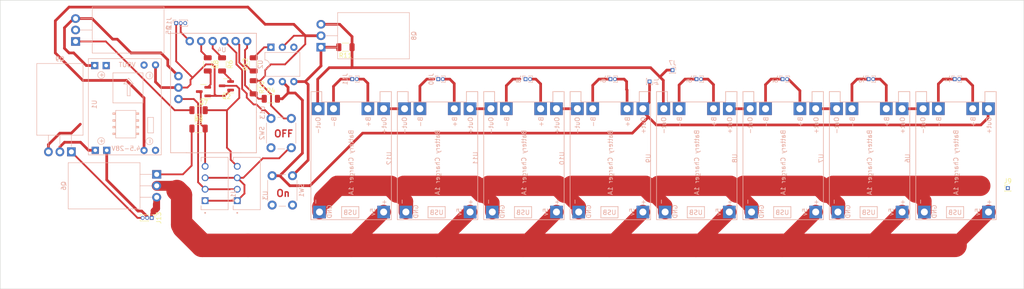
<source format=kicad_pcb>
(kicad_pcb (version 20221018) (generator pcbnew)
  (layers (0 "F.Cu" signal) (31 "B.Cu" signal) (34 "B.Paste" user) (35 "F.Paste" user) (36 "B.SilkS" user "B.Silkscreen") (37 "F.SilkS" user "F.Silkscreen") (38 "B.Mask" user) (39 "F.Mask" user) (44 "Edge.Cuts" user))
  (net 0 "")
  (net 1 "Net-(J1-Pin_1)")
  (net 2 "Net-(J1-Pin_2)")
  (net 3 "Net-(J2-Pin_1)")
  (net 4 "Net-(J2-Pin_2)")
  (net 5 "Net-(J3-Pin_1)")
  (net 6 "Net-(J3-Pin_2)")
  (net 7 "Batt +")
  (net 8 "Net-(J5-Pin_1)")
  (net 9 "Net-(J5-Pin_2)")
  (net 10 "Net-(J6-Pin_1)")
  (net 11 "Net-(J6-Pin_2)")
  (net 12 "Batt -")
  (net 13 "Net-(J8-Pin_1)")
  (net 14 "Net-(J8-Pin_2)")
  (net 15 "GND")
  (net 16 "Chgr CHG 5V+")
  (net 17 "Chgr operating 12V+")
  (net 18 "Chgr sgl 15V+")
  (net 19 "Net-(J10-Pin_1)")
  (net 20 "Net-(J10-Pin_2)")
  (net 21 "Net-(J11-Pin_1)")
  (net 22 "Net-(J11-Pin_2)")
  (net 23 "Net-(J12-Pin_2)")
  (net 24 "5v attiny out")
  (net 25 "Net-(Q2-B)")
  (net 26 "DCG SW VCC")
  (net 27 "OUT 9V+ ")
  (net 28 "Reg Batt 9v")
  (net 29 "CGE SW VCC")
  (net 30 "Charge VCC")
  (net 31 "Net-(Q7-B)")
  (net 32 "Net-(Q8-G)")
  (net 33 "Battery Vref")
  (net 34 "Batt SW VCC")
  (net 35 "Net-(R12-Pad2)")
  (net 36 "Net-(SW2-A)")
  (net 39 "Net-(U6-OUT-)")
  (net 40 "Net-(U7-OUT-)")
  (net 41 "Net-(U8-OUT-)")
  (net 42 "Net-(U10-OUT-)")
  (net 43 "Net-(U11-OUT-)")
  (net 44 "Net-(U12-OUT-)")
  (net 45 "Net-(U4-P2)")
  (net 46 "15v+ CHG VCC")
  (net 47 "15v+ DCHG VCC")
  (net 48 "Net-(U4-P1)")
  (footprint "Resistor_SMD:R_1206_3216Metric" (layer "F.Cu") (at 80.9985 117.348)
    (fp_text reference "R9")
    (fp_text value "10K")
  )
  (footprint "Resistor_SMD:R_1206_3216Metric" (layer "F.Cu") (at 97.0005 110.744)
    (fp_text reference "R4")
    (fp_text value "10K")
  )
  (footprint "Resistor_SMD:R_1206_3216Metric" (layer "F.Cu") (at 113.5105 99.314 180)
    (fp_text reference "R11")
    (fp_text value "100K")
  )
  (footprint "Package_TO_SOT_SMD:SOT-23" (layer "F.Cu") (at 82.093 109.154 180)
    (fp_text reference "Q7")
    (fp_text value "PN100")
  )
  (footprint "Connector_PinHeader_1.00mm:PinHeader_1x03_P1.00mm_Vertical" (layer "F.Cu") (at 70.6305 137.16 -90)
    (fp_text reference "J13")
    (fp_text value "CHG VCCs")
  )
  (footprint "Resistor_SMD:R_1206_3216Metric" (layer "F.Cu") (at 93.1905 108.204 -90)
    (fp_text reference "R10")
    (fp_text value "10K")
  )
  (footprint "Resistor_SMD:R_1206_3216Metric" (layer "F.Cu") (at 83.0305 103.124 -90)
    (fp_text reference "R8")
    (fp_text value "3k3")
  )
  (footprint "Package_TO_SOT_SMD:SOT-23" (layer "F.Cu") (at 87.1555 107.8715 180)
    (fp_text reference "Q2")
    (fp_text value "PN100")
  )
  (footprint "Connector_PinHeader_1.00mm:PinHeader_1x01_P1.00mm_Vertical" (layer "F.Cu") (at 260.1145 130.556)
    (fp_text reference "J9")
    (fp_text value "CHG GND")
  )
  (footprint "Resistor_SMD:R_1206_3216Metric" (layer "F.Cu") (at 80.9985 113.284 180)
    (fp_text reference "R7")
    (fp_text value "10K")
  )
  (footprint "Resistor_SMD:R_1206_3216Metric" (layer "F.Cu") (at 86.2055 103.124 -90)
    (fp_text reference "R6")
    (fp_text value "3k3")
  )
  (footprint "Resistor_SMD:R_1206_3216Metric" (layer "F.Cu") (at 93.1905 103.124 90)
    (fp_text reference "R12")
    (fp_text value "430R")
  )
  (footprint "DCDC buck converter lm2596:CONV_B0515S-1WR3" (layer "B.Cu") (at 84.5545 129.54 90)
    (fp_text reference "U14")
    (fp_text value "B0515S")
  )
  (footprint "ChargingModuleLib:Digispark attiny85 board" (layer "B.Cu") (at 85.4005 97.974)
    (fp_text reference "U4")
    (fp_text value "ATTiny 85 Module ")
  )
  (footprint "ChargingModuleLib:TP4056-18650" (layer "B.Cu") (at 161.918 137.5565 90)
    (fp_text reference "U11")
    (fp_text value " TP4056 Charging Module")
  )
  (footprint "ChargingModuleLib:TP4056-18650" (layer "B.Cu") (at 257.543 137.5565 90)
    (fp_text reference "U6")
    (fp_text value " TP4056 Charging Module")
  )
  (footprint "Connector_PinHeader_1.00mm:PinHeader_1x01_P1.00mm_Vertical" (layer "B.Cu") (at 180.8205 106.934 90)
    (fp_text reference "J4")
    (fp_text value "Battery + out")
  )
  (footprint "Connector_PinHeader_1.00mm:PinHeader_1x02_P1.00mm_Vertical" (layer "B.Cu") (at 229.31 106.3925 -90)
    (fp_text reference "J2")
    (fp_text value "Batt 2 Conn")
  )
  (footprint "Connector_PinHeader_1.00mm:PinHeader_1x02_P1.00mm_Vertical" (layer "B.Cu") (at 172.16 106.3925 -90)
    (fp_text reference "J6")
    (fp_text value "Batt 5 Conn")
  )
  (footprint "Connector_PinHeader_1.00mm:PinHeader_1x02_P1.00mm_Vertical" (layer "B.Cu") (at 248.36 106.3925 -90)
    (fp_text reference "J1")
    (fp_text value "Batt 1 Conn")
  )
  (footprint "Button_Switch_THT:SW_PUSH_6mm" (layer "B.Cu") (at 101.7905 134.314 90)
    (fp_text reference "SW1")
    (fp_text value "SW_SPST")
  )
  (footprint "ChargingModuleLib:TP4056-18650" (layer "B.Cu") (at 219.293 137.5565 90)
    (fp_text reference "U8")
    (fp_text value " TP4056 Charging Module")
  )
  (footprint "ChargingModuleLib:TP4056-18650" (layer "B.Cu") (at 200.168 137.5565 90)
    (fp_text reference "U9")
    (fp_text value " TP4056 Charging Module")
  )
  (footprint "Package_TO_SOT_THT:TO-220-3_Horizontal_TabDown" (layer "B.Cu") (at 53.7805 98.044 90)
    (fp_text reference "Q5")
    (fp_text value "IRF9540N")
  )
  (footprint "DCDC buck converter lm2596:CONV_B0515S-1WR3" (layer "B.Cu") (at 91.6665 129.54 90)
    (fp_text reference "U3")
    (fp_text value "B0515S")
  )
  (footprint "Connector_PinHeader_1.00mm:PinHeader_1x02_P1.00mm_Vertical" (layer "B.Cu") (at 210.26 106.3925 -90)
    (fp_text reference "J3")
    (fp_text value "Batt 3 Conn")
  )
  (footprint "Connector_PinHeader_1.00mm:PinHeader_1x02_P1.00mm_Vertical" (layer "B.Cu") (at 191.21 106.3925 -90)
    (fp_text reference "J5")
    (fp_text value "Batt 4 Conn")
  )
  (footprint "ChargingModuleLib:TP4056-18650" (layer "B.Cu") (at 238.418 137.5565 90)
    (fp_text reference "U7")
    (fp_text value " TP4056 Charging Module")
  )
  (footprint "ChargingModuleLib:TP4056-18650" (layer "B.Cu") (at 181.043 137.5565 90)
    (fp_text reference "U10")
    (fp_text value " TP4056 Charging Module")
  )
  (footprint "Package_TO_SOT_THT:TO-220-3_Horizontal_TabDown" (layer "B.Cu") (at 52.8505 122.514 180)
    (fp_text reference "Q9")
    (fp_text value "IRF9540N")
  )
  (footprint "Connector_PinHeader_1.00mm:PinHeader_1x02_P1.00mm_Vertical" (layer "B.Cu") (at 153.38 106.3925 -90)
    (fp_text reference "J8")
    (fp_text value "Batt 6 Conn")
  )
  (footprint "Connector_PinHeader_1.00mm:PinHeader_1x02_P1.00mm_Vertical" (layer "B.Cu") (at 134.06 106.3925 -90)
    (fp_text reference "J10")
    (fp_text value "Batt 7 Conn")
  )
  (footprint "ChargingModuleLib:SRT_MPT1584EN_Module" (layer "B.Cu") (at 65.2505 112.014 90)
    (fp_text reference "U1")
    (fp_text value "MP1584 ")
  )
  (footprint "Connector_PinHeader_1.00mm:PinHeader_1x02_P1.00mm_Vertical" (layer "B.Cu") (at 115.01 106.3925 -90)
    (fp_text reference "J11")
    (fp_text value "Batt 8 Conn")
  )
  (footprint "Connector_PinHeader_1.00mm:PinHeader_1x01_P1.00mm_Vertical" (layer "B.Cu") (at 185.9005 104.394 180)
    (fp_text reference "J7")
    (fp_text value "Battery - out")
  )
  (footprint "Button_Switch_THT:SW_PUSH_6mm" (layer "B.Cu") (at 97.0365 115.114 -90)
    (fp_text reference "SW2")
    (fp_text value "SW_SPST")
  )
  (footprint "Package_TO_SOT_THT:TO-220-3_Horizontal_TabDown" (layer "B.Cu") (at 108.0905 99.314 90)
    (fp_text reference "Q8")
    (fp_text value "IRF540N")
  )
  (footprint "ChargingModuleLib:TP4056-18650" (layer "B.Cu") (at 142.793 137.5565 90)
    (fp_text reference "U12")
    (fp_text value " TP4056 Charging Module")
  )
  (footprint "Connector_PinHeader_1.00mm:PinHeader_1x03_P1.00mm_Vertical" (layer "B.Cu") (at 76.0455 93.98 -90)
    (fp_text reference "J12")
    (fp_text value "Conn_01x03_Pin" hide)
  )
  (footprint "Package_TO_SOT_THT:TO-220-3_Horizontal_TabDown" (layer "B.Cu") (at 71.7325 127.508 -90)
    (fp_text reference "Q6")
    (fp_text value "IRF9540N")
  )
  (footprint "Package_DIP:DIP-6_W7.62mm" (layer "B.Cu") (at 97.0155 99.324 -90)
    (fp_text reference "U2")
    (fp_text value "4N35")
  )
  (footprint "ChargingModuleLib:TP4056-18650" (layer "B.Cu") (at 123.668 137.5565 90)
    (fp_text reference "U13")
    (fp_text value " TP4056 Charging Module")
  )
  (gr_rect (start 37.1025 88.9) (end 263.6705 152.908) (stroke (width 0.1)) (fill none) (layer "Edge.Cuts"))
  (gr_text "OFF\n" (at 97.5545 119.38) (layer "F.Cu") (effects (font (size 1.5 1.5) (thickness 0.3) bold) (justify left bottom)))
  (gr_text "On\n" (at 98.0625 132.588) (layer "F.Cu") (effects (font (size 1.5 1.5) (thickness 0.3) bold) (justify left bottom)))
  (segment (start 248.36 106.3925) (end 245.82 106.3925) (width 0.6) (layer "F.Cu") (net 1))
  (segment (start 244.743 107.4695) (end 244.743 112.9565) (width 0.6) (layer "F.Cu") (net 1))
  (segment (start 245.82 106.3925) (end 244.743 107.4695) (width 0.6) (layer "F.Cu") (net 1))
  (segment (start 252.343 112.9565) (end 252.343 107.8355) (width 0.6) (layer "F.Cu") (net 2))
  (segment (start 252.343 107.8355) (end 250.9 106.3925) (width 0.6) (layer "F.Cu") (net 2))
  (segment (start 249.36 106.3925) (end 250.9 106.3925) (width 0.6) (layer "F.Cu") (net 2))
  (segment (start 229.31 106.3925) (end 226.77 106.3925) (width 0.6) (layer "F.Cu") (net 3))
  (segment (start 225.618 107.5445) (end 225.618 112.9565) (width 0.6) (layer "F.Cu") (net 3))
  (segment (start 226.77 106.3925) (end 225.618 107.5445) (width 0.6) (layer "F.Cu") (net 3))
  (segment (start 233.218 112.9565) (end 233.218 107.7605) (width 0.6) (layer "F.Cu") (net 4))
  (segment (start 233.218 107.7605) (end 231.85 106.3925) (width 0.6) (layer "F.Cu") (net 4))
  (segment (start 230.31 106.3925) (end 231.85 106.3925) (width 0.6) (layer "F.Cu") (net 4))
  (segment (start 210.26 106.3925) (end 207.72 106.3925) (width 0.6) (layer "F.Cu") (net 5))
  (segment (start 207.72 106.3925) (end 206.493 107.6195) (width 0.6) (layer "F.Cu") (net 5))
  (segment (start 206.493 107.6195) (end 206.493 112.9565) (width 0.6) (layer "F.Cu") (net 5))
  (segment (start 214.093 112.9565) (end 214.093 108.9555) (width 0.6) (layer "F.Cu") (net 6))
  (segment (start 214.093 108.9555) (end 211.53 106.3925) (width 0.6) (layer "F.Cu") (net 6))
  (segment (start 182.32 116.5525) (end 180.571 114.8035) (width 0.6) (layer "F.Cu") (net 7))
  (segment (start 101.1915 130.025) (end 105.6595 130.025) (width 0.6) (layer "F.Cu") (net 7))
  (segment (start 47.7705 120.904) (end 47.7705 122.514) (width 0.6) (layer "F.Cu") (net 7))
  (segment (start 180.571 114.8035) (end 179.243 113.4755) (width 0.6) (layer "F.Cu") (net 7))
  (segment (start 100.8105 109.474) (end 102.398 109.474) (width 0.6) (layer "F.Cu") (net 7))
  (segment (start 102.398 109.474) (end 103.9855 111.0615) (width 0.6) (layer "F.Cu") (net 7))
  (segment (start 117.3205 118.364) (end 105.6595 130.025) (width 0.6) (layer "F.Cu") (net 7))
  (segment (start 180.571 114.8035) (end 177.0105 118.364) (width 0.6) (layer "F.Cu") (net 7))
  (segment (start 100.8105 109.474) (end 100.8105 108.199) (width 0.6) (layer "F.Cu") (net 7))
  (segment (start 100.8105 109.474) (end 99.5405 110.744) (width 0.6) (layer "F.Cu") (net 7))
  (segment (start 50.3105 118.364) (end 47.7705 120.904) (width 0.6) (layer "F.Cu") (net 7))
  (segment (start 98.9805 127.814) (end 97.2905 127.814) (width 0.6) (layer "F.Cu") (net 7))
  (segment (start 179.243 113.4755) (end 179.243 112.9565) (width 0.6) (layer "F.Cu") (net 7))
  (segment (start 103.9855 122.809) (end 99.4365 127.358) (width 0.6) (layer "F.Cu") (net 7))
  (segment (start 255.743 114.9565) (end 254.147 116.5525) (width 0.6) (layer "F.Cu") (net 7))
  (segment (start 99.4365 127.358) (end 98.9805 127.814) (width 0.6) (layer "F.Cu") (net 7))
  (segment (start 98.9805 127.814) (end 101.1915 130.025) (width 0.6) (layer "F.Cu") (net 7))
  (segment (start 52.8505 118.364) (end 50.3105 118.364) (width 0.6) (layer "F.Cu") (net 7))
  (segment (start 99.5405 110.744) (end 98.463 110.744) (width 0.6) (layer "F.Cu") (net 7))
  (segment (start 180.8205 106.934) (end 180.8205 111.479) (width 0.6) (layer "F.Cu") (net 7))
  (segment (start 255.743 112.9565) (end 255.743 114.9565) (width 0.6) (layer "F.Cu") (net 7))
  (segment (start 103.9855 111.0615) (end 103.9855 122.809) (width 0.6) (layer "F.Cu") (net 7))
  (segment (start 254.147 116.5525) (end 182.32 116.5525) (width 0.6) (layer "F.Cu") (net 7))
  (segment (start 180.8205 111.479) (end 179.343 112.9565) (width 0.6) (layer "F.Cu") (net 7))
  (segment (start 100.8105 108.199) (end 99.5555 106.944) (width 0.6) (layer "F.Cu") (net 7))
  (segment (start 177.0105 118.364) (end 117.3205 118.364) (width 0.6) (layer "F.Cu") (net 7))
  (segment (start 54.8305 116.384) (end 52.8505 118.364) (width 0.6) (layer "F.Cu") (net 7))
  (segment (start 187.368 107.6945) (end 187.368 112.9565) (width 0.6) (layer "F.Cu") (net 8))
  (segment (start 191.21 106.3925) (end 188.67 106.3925) (width 0.6) (layer "F.Cu") (net 8))
  (segment (start 188.67 106.3925) (end 187.368 107.6945) (width 0.6) (layer "F.Cu") (net 8))
  (segment (start 194.968 107.6105) (end 193.75 106.3925) (width 0.6) (layer "F.Cu") (net 9))
  (segment (start 192.21 106.3925) (end 193.75 106.3925) (width 0.6) (layer "F.Cu") (net 9))
  (segment (start 194.968 112.9565) (end 194.968 107.6105) (width 0.6) (layer "F.Cu") (net 9))
  (segment (start 168.243 112.9565) (end 168.243 107.7695) (width 0.6) (layer "F.Cu") (net 10))
  (segment (start 169.62 106.3925) (end 172.16 106.3925) (width 0.6) (layer "F.Cu") (net 10))
  (segment (start 168.243 107.7695) (end 169.62 106.3925) (width 0.6) (layer "F.Cu") (net 10))
  (segment (start 175.7405 108.703) (end 175.843 108.8055) (width 0.6) (layer "F.Cu") (net 11))
  (segment (start 175.843 108.8055) (end 175.843 112.9565) (width 0.6) (layer "F.Cu") (net 11))
  (segment (start 175.199 106.3925) (end 175.7405 106.934) (width 0.6) (layer "F.Cu") (net 11))
  (segment (start 173.16 106.3925) (end 175.199 106.3925) (width 0.6) (layer "F.Cu") (net 11))
  (segment (start 175.7405 106.934) (end 175.7405 108.703) (width 0.6) (layer "F.Cu") (net 11))
  (segment (start 109.93 103.8525) (end 114.7805 103.8525) (width 0.6) (layer "F.Cu") (net 12))
  (segment (start 114.973 99.314) (end 114.973 96.9665) (width 0.6) (layer "F.Cu") (net 12))
  (segment (start 107.368 112.9565) (end 107.368 106.4145) (width 0.6) (layer "F.Cu") (net 12))
  (segment (start 184.6305 104.394) (end 183.111 105.9135) (width 0.6) (layer "F.Cu") (net 12))
  (segment (start 183.111 105.9135) (end 183.868 106.6705) (width 0.6) (layer "F.Cu") (net 12))
  (segment (start 114.7805 103.8525) (end 181.05 103.8525) (width 0.6) (layer "F.Cu") (net 12))
  (segment (start 114.973 96.9665) (end 112.2405 94.234) (width 0.6) (layer "F.Cu") (net 12))
  (segment (start 114.973 103.66) (end 114.7805 103.8525) (width 0.6) (layer "F.Cu") (net 12))
  (segment (start 185.9005 104.394) (end 184.6305 104.394) (width 0.6) (layer "F.Cu") (net 12))
  (segment (start 107.368 106.4145) (end 109.93 103.8525) (width 0.6) (layer "F.Cu") (net 12))
  (segment (start 183.868 106.6705) (end 183.868 112.9565) (width 0.6) (layer "F.Cu") (net 12))
  (segment (start 181.05 103.8525) (end 183.111 105.9135) (width 0.6) (layer "F.Cu") (net 12))
  (segment (start 112.2405 94.234) (end 108.0905 94.234) (width 0.6) (layer "F.Cu") (net 12))
  (segment (start 114.973 99.314) (end 114.973 103.66) (width 0.6) (layer "F.Cu") (net 12))
  (segment (start 149.118 107.8445) (end 150.57 106.3925) (width 0.6) (layer "F.Cu") (net 13))
  (segment (start 150.57 106.3925) (end 152.11 106.3925) (width 0.6) (layer "F.Cu") (net 13))
  (segment (start 149.118 112.9565) (end 149.118 107.8445) (width 0.6) (layer "F.Cu") (net 13))
  (segment (start 156.718 107.4605) (end 155.65 106.3925) (width 0.6) (layer "F.Cu") (net 14))
  (segment (start 156.718 112.9565) (end 156.718 107.4605) (width 0.6) (layer "F.Cu") (net 14))
  (segment (start 155.65 106.3925) (end 154.38 106.3925) (width 0.6) (layer "F.Cu") (net 14))
  (segment (start 221.5065 130.048) (end 238.2705 130.048) (width 4.5) (layer "F.Cu") (net 15))
  (segment (start 218.4585 130.048) (end 219.9825 131.572) (width 4.5) (layer "F.Cu") (net 15))
  (segment (start 82.629334 103.124) (end 79.677917 106.075417) (width 0.4) (layer "F.Cu") (net 15))
  (segment (start 89.5665 128.27) (end 90.9045 128.27) (width 0.4) (layer "F.Cu") (net 15))
  (segment (start 181.3745 131.572) (end 182.8985 130.048) (width 4.5) (layer "F.Cu") (net 15))
  (segment (start 241.643 133.4205) (end 241.643 135.8565) (width 3.2) (layer "F.Cu") (net 15))
  (segment (start 91.1585 131.758) (end 91.1585 129.862) (width 0.4) (layer "F.Cu") (net 15))
  (segment (start 83.648 110.104) (end 84.9355 110.104) (width 0.4) (layer "F.Cu") (net 15))
  (segment (start 91.1585 129.862) (end 89.5665 128.27) (width 0.4) (layer "F.Cu") (net 15))
  (segment (start 146.018 133.8075) (end 146.018 135.8565) (width 3.2) (layer "F.Cu") (net 15))
  (segment (start 86.8105 110.104) (end 88.093 108.8215) (width 0.4) (layer "F.Cu") (net 15))
  (segment (start 101.1555 121.614) (end 101.5365 121.614) (width 0.4) (layer "F.Cu") (net 15))
  (segment (start 102.1055 96.774) (end 104.6205 96.774) (width 0.4) (layer "F.Cu") (net 15))
  (segment (start 84.9355 110.104) (end 86.8105 110.104) (width 0.4) (layer "F.Cu") (net 15))
  (segment (start 90.9045 128.27) (end 95.2225 123.952) (width 0.4) (layer "F.Cu") (net 15))
  (segment (start 123.4625 130.048) (end 124.9865 131.572) (width 4.5) (layer "F.Cu") (net 15))
  (segment (start 79.2205 106.532834) (end 79.2205 107.569) (width 0.4) (layer "F.Cu") (net 15))
  (segment (start 79.2205 107.569) (end 78.5255 108.264) (width 0.4) (layer "F.Cu") (net 15))
  (segment (start 182.8985 130.048) (end 198.6465 130.048) (width 4.5) (layer "F.Cu") (net 15))
  (segment (start 111.7785 130.048) (end 123.4625 130.048) (width 4.5) (layer "F.Cu") (net 15))
  (segment (start 95.7305 104.394) (end 97.0005 103.124) (width 0.4) (layer "F.Cu") (net 15))
  (segment (start 100.133978 103.124) (end 104.6205 98.637478) (width 0.4) (layer "F.Cu") (net 15))
  (segment (start 163.5945 130.048) (end 179.8505 130.048) (width 4.5) (layer "F.Cu") (net 15))
  (segment (start 238.2705 130.048) (end 239.7945 131.572) (width 4.5) (layer "F.Cu") (net 15))
  (segment (start 198.6465 130.048) (end 200.1705 131.572) (width 4.5) (layer "F.Cu") (net 15))
  (segment (start 108.7305 133.604) (end 107.768 134.5665) (width 3.2) (layer "F.Cu") (net 15))
  (segment (start 76.0455 102.443) (end 79.677917 106.075417) (width 0.4) (layer "F.Cu") (net 15))
  (segment (start 165.143 134.6445) (end 165.143 135.8565) (width 3.2) (layer "F.Cu") (net 15))
  (segment (start 71.4735 107.015) (end 72.7225 108.264) (width 0.6) (layer "F.Cu") (net 15))
  (segment (start 104.6205 96.774) (end 102.0805 94.234) (width 0.6) (layer "F.Cu") (net 15))
  (segment (start 124.9865 131.572) (end 126.5105 130.048) (width 4.5) (layer "F.Cu") (net 15))
  (segment (start 239.7945 131.572) (end 241.643 133.4205) (width 3.2) (layer "F.Cu") (net 15))
  (segment (start 89.5665 133.35) (end 82.4545 133.35) (width 0.4) (layer "F.Cu") (net 15))
  (segment (start 200.1705 131.572) (end 201.6945 130.048) (width 4.5) (layer "F.Cu") (net 15))
  (segment (start 94.653 106.7415) (end 95.7305 105.664) (width 0.4) (layer "F.Cu") (net 15))
  (segment (start 145.3065 130.048) (end 160.5465 130.048) (width 4.5) (layer "F.Cu") (net 15))
  (segment (start 142.2585 130.048) (end 143.7825 131.572) (width 4.5) (layer "F.Cu") (net 15))
  (segment (start 68.9335 110.571) (end 68.9335 122.1994) (width 0.6) (layer "F.Cu") (net 15))
  (segment (start 222.518 134.1075) (end 222.518 135.8565) (width 3.2) (layer "F.Cu") (net 15))
  (segment (start 102.0805 94.234) (end 95.7305 94.234) (width 0.6) (layer "F.Cu") (net 15))
  (segment (start 71.4735 103.251) (end 71.4735 107.015) (width 0.6) (layer "F.Cu") (net 15))
  (segment (start 84.0465 103.124) (end 82.629334 103.124) (width 0.4) (layer "F.Cu") (net 15))
  (segment (start 97.0005 103.124) (end 100.133978 103.124) (width 0.4) (layer "F.Cu") (net 15))
  (segment (start 93.1905 106.7415) (end 94.653 106.7415) (width 0.4) (layer "F.Cu") (net 15))
  (segment (start 143.7825 131.572) (end 145.3065 130.048) (width 4.5) (layer "F.Cu") (net 15))
  (segment (start 84.9355 110.104) (end 84.5545 109.723) (width 0.4) (layer "F.Cu") (net 15))
  (segment (start 162.0705 131.572) (end 163.5945 130.048) (width 4.5) (layer "F.Cu") (net 15))
  (segment (start 52.3425 90.424) (end 49.2945 93.472) (width 0.6) (layer "F.Cu") (net 15))
  (segment (start 99.8925 115.114) (end 97.0465 112.268) (width 0.4) (layer "F.Cu") (net 15))
  (segment (start 124.9865 131.572) (end 126.893 133.4785) (width 3.2) (layer "F.Cu") (net 15))
  (segment (start 104.6205 98.637478) (end 104.6205 96.774) (width 0.4) (layer "F.Cu") (net 15))
  (segment (start 55.3905 106.68) (end 65.0425 106.68) (width 0.6) (layer "F.Cu") (net 15))
  (segment (start 72.7225 108.264) (end 76.5505 108.264) (width 0.6) (layer "F.Cu") (net 15))
  (segment (start 65.0425 106.68) (end 68.9335 110.571) (width 0.6) (layer "F.Cu") (net 15))
  (segment (start 95.7305 94.234) (end 91.9205 90.424) (width 0.6) (layer "F.Cu") (net 15))
  (segment (start 84.5545 103.632) (end 84.0465 103.124) (width 0.4) (layer "F.Cu") (net 15))
  (segment (start 49.2945 100.584) (end 55.3905 106.68) (width 0.6) (layer "F.Cu") (net 15))
  (segment (start 108.7305 133.096) (end 111.7785 130.048) (width 4.5) (layer "F.Cu") (net 15))
  (segment (start 179.8505 130.048) (end 181.3745 131.572) (width 4.5) (layer "F.Cu") (net 15))
  (segment (start 200.1705 131.572) (end 203.393 134.7945) (width 3.2) (layer "F.Cu") (net 15))
  (segment (start 219.9825 131.572) (end 222.518 134.1075) (width 3.2) (layer "F.Cu") (net 15))
  (segment (start 79.677917 106.075417) (end 79.2205 106.532834) (width 0.4) (layer "F.Cu") (net 15))
  (segment (start 108.7305 133.096) (end 108.7305 133.604) (width 3.2) (layer "F.Cu") (net 15))
  (segment (start 89.5665 128.27) (end 82.4545 128.27) (width 0.4) (layer "F.Cu") (net 15))
  (segment (start 107.768 134.5665) (end 107.768 135.8565) (width 3.2) (layer "F.Cu") (net 15))
  (segment (start 89.5665 133.35) (end 91.1585 131.758) (width 0.4) (layer "F.Cu") (net 15))
  (segment (start 162.0705 131.572) (end 165.143 134.6445) (width 3.2) (layer "F.Cu") (net 15))
  (segment (start 91.9205 90.424) (end 52.3425 90.424) (width 0.6) (layer "F.Cu") (net 15))
  (segment (start 95.2225 123.952) (end 98.8175 123.952) (width 0.4) (layer "F.Cu") (net 15))
  (segment (start 201.6945 130.048) (end 218.4585 130.048) (width 4.5) (layer "F.Cu") (net 15))
  (segment (start 203.393 134.7945) (end 203.393 135.8565) (width 3.2) (layer "F.Cu") (net 15))
  (segment (start 94.653 107.3345) (end 94.653 106.7415) (width 0.4) (layer "F.Cu") (net 15))
  (segment (start 126.893 133.4785) (end 126.893 135.8565) (width 3.2) (layer "F.Cu") (net 15))
  (segment (start 238.2705 130.048) (end 254.0185 130.048) (width 4.5) (layer "F.Cu") (net 15))
  (segment (start 95.7305 105.664) (end 95.7305 104.394) (width 0.4) (layer "F.Cu") (net 15))
  (segment (start 219.9825 131.572) (end 221.5065 130.048) (width 4.5) (layer "F.Cu") (net 15))
  (segment (start 181.3745 131.572) (end 184.268 134.4655) (width 3.2) (layer "F.Cu") (net 15))
  (segment (start 101.5365 115.114) (end 99.8925 115.114) (width 0.4) (layer "F.Cu") (net 15))
  (segment (start 97.0465 109.728) (end 94.653 107.3345) (width 0.4) (layer "F.Cu") (net 15))
  (segment (start 126.5105 130.048) (end 142.2585 130.048) (width 4.5) (layer "F.Cu") (net 15))
  (segment (start 104.6205 96.774) (end 108.0905 96.774) (width 0.6) (layer "F.Cu") (net 15))
  (segment (start 78.5255 108.264) (end 76.5505 108.264) (width 0.4) (layer "F.Cu") (net 15))
  (segment (start 160.5465 130.048) (end 162.0705 131.572) (width 4.5) (layer "F.Cu") (net 15))
  (segment (start 99.5555 99.324) (end 102.1055 96.774) (width 0.4) (layer "F.Cu") (net 15))
  (segment (start 76.0455 93.98) (end 76.0455 102.443) (width 0.4) (layer "F.Cu") (net 15))
  (segment (start 84.5545 109.723) (end 84.5545 103.632) (width 0.4) (layer "F.Cu") (net 15))
  (segment (start 97.0465 112.268) (end 97.0465 109.728) (width 0.4) (layer "F.Cu") (net 15))
  (segment (start 98.8175 123.952) (end 101.1555 121.614) (width 0.4) (layer "F.Cu") (net 15))
  (segment (start 143.7825 131.572) (end 146.018 133.8075) (width 3.2) (layer "F.Cu") (net 15))
  (segment (start 49.2945 93.472) (end 49.2945 100.584) (width 0.6) (layer "F.Cu") (net 15))
  (segment (start 184.268 134.4655) (end 184.268 135.8565) (width 3.2) (layer "F.Cu") (net 15))
  (segment (start 71.7325 135.042) (end 71.6465 135.128) (width 1.5) (layer "F.Cu") (net 16))
  (segment (start 70.6225 137.16) (end 70.6225 136.152) (width 0.6) (layer "F.Cu") (net 16))
  (segment (start 71.6465 135.128) (end 71.6465 134.112) (width 1.5) (layer "F.Cu") (net 16))
  (segment (start 71.1305 135.644) (end 71.6465 135.128) (width 1.5) (layer "F.Cu") (net 16))
  (segment (start 71.7325 132.588) (end 71.7325 135.042) (width 1.5) (layer "F.Cu") (net 16))
  (segment (start 54.8825 120.396) (end 56.6605 122.174) (width 0.6) (layer "F.Cu") (net 17))
  (segment (start 60.6785 128.732) (end 60.6785 122.174) (width 0.6) (layer "F.Cu") (net 17))
  (segment (start 51.3265 120.396) (end 54.8825 120.396) (width 0.6) (layer "F.Cu") (net 17))
  (segment (start 68.406648 135.636) (end 67.5825 135.636) (width 0.6) (layer "F.Cu") (net 17))
  (segment (start 50.3105 122.514) (end 50.3105 121.412) (width 0.4) (layer "F.Cu") (net 17))
  (segment (start 69.6225 137.16) (end 69.6225 136.851852) (width 0.6) (layer "F.Cu") (net 17))
  (segment (start 69.6225 136.851852) (end 68.406648 135.636) (width 0.6) (layer "F.Cu") (net 17))
  (segment (start 56.6605 122.174) (end 58.1385 122.174) (width 0.6) (layer "F.Cu") (net 17))
  (segment (start 50.3105 121.412) (end 51.3265 120.396) (width 0.6) (layer "F.Cu") (net 17))
  (segment (start 67.5825 135.636) (end 60.6785 128.732) (width 0.6) (layer "F.Cu") (net 17))
  (segment (start 67.4965 137.16) (end 68.6225 137.16) (width 0.4) (layer "F.Cu") (net 18))
  (segment (start 52.8505 122.514) (end 67.4965 137.16) (width 0.4) (layer "F.Cu") (net 18))
  (segment (start 131.52 106.3925) (end 133.06 106.3925) (width 0.6) (layer "F.Cu") (net 19))
  (segment (start 129.993 112.9565) (end 129.993 107.9195) (width 0.6) (layer "F.Cu") (net 19))
  (segment (start 129.993 107.9195) (end 131.52 106.3925) (width 0.6) (layer "F.Cu") (net 19))
  (segment (start 137.593 107.3855) (end 136.6 106.3925) (width 0.6) (layer "F.Cu") (net 20))
  (segment (start 137.593 112.9565) (end 137.593 107.3855) (width 0.6) (layer "F.Cu") (net 20))
  (segment (start 136.6 106.3925) (end 135.06 106.3925) (width 0.6) (layer "F.Cu") (net 20))
  (segment (start 110.868 112.9565) (end 110.868 107.9945) (width 0.6) (layer "F.Cu") (net 21))
  (segment (start 110.868 107.9945) (end 112.47 106.3925) (width 0.6) (layer "F.Cu") (net 21))
  (segment (start 112.47 106.3925) (end 115.01 106.3925) (width 0.6) (layer "F.Cu") (net 21))
  (segment (start 118.468 107.3105) (end 117.55 106.3925) (width 0.6) (layer "F.Cu") (net 22))
  (segment (start 118.468 112.9565) (end 118.468 107.3105) (width 0.6) (layer "F.Cu") (net 22))
  (segment (start 117.55 106.3925) (end 116.01 106.3925) (width 0.6) (layer "F.Cu") (net 22))
  (segment (start 77.0455 95.969) (end 77.0455 93.98) (width 0.4) (layer "F.Cu") (net 23))
  (segment (start 79.0505 97.974) (end 77.0455 95.969) (width 0.4) (layer "F.Cu") (net 23))
  (segment (start 80.8985 129.254) (end 82.4545 130.81) (width 0.4) (layer "F.Cu") (net 24))
  (segment (start 79.9425 110.804) (end 80.8985 111.76) (width 0.4) (layer "F.Cu") (net 24))
  (segment (start 89.5665 130.81) (end 82.4545 130.81) (width 0.4) (layer "F.Cu") (net 24))
  (segment (start 76.5505 110.804) (end 79.9425 110.804) (width 0.4) (layer "F.Cu") (net 24))
  (segment (start 80.8985 111.76) (end 80.8985 129.254) (width 0.4) (layer "F.Cu") (net 24))
  (segment (start 88.093 106.9215) (end 88.093 106.474) (width 0.4) (layer "F.Cu") (net 25))
  (segment (start 88.093 106.474) (end 86.2055 104.5865) (width 0.4) (layer "F.Cu") (net 25))
  (segment (start 60.4705 98.044) (end 53.7805 98.044) (width 0.4) (layer "F.Cu") (net 26))
  (segment (start 75.7105 113.284) (end 60.4705 98.044) (width 0.4) (layer "F.Cu") (net 26))
  (segment (start 79.536 113.284) (end 75.7105 113.284) (width 0.4) (layer "F.Cu") (net 26))
  (segment (start 51.3265 94.996) (end 53.3585 92.964) (width 0.6) (layer "F.Cu") (net 28))
  (segment (start 74.1865 103.36) (end 74.1865 102.108) (width 0.6) (layer "F.Cu") (net 28))
  (segment (start 76.5505 105.724) (end 74.1865 103.36) (width 0.6) (layer "F.Cu") (net 28))
  (segment (start 66.0585 100.584) (end 63.0105 97.536) (width 0.6) (layer "F.Cu") (net 28))
  (segment (start 57.4225 92.964) (end 53.7805 92.964) (width 0.6) (layer "F.Cu") (net 28))
  (segment (start 51.3265 99.568) (end 51.3265 94.996) (width 0.6) (layer "F.Cu") (net 28))
  (segment (start 56.1525 103.378) (end 53.3585 100.584) (width 0.6) (layer "F.Cu") (net 28))
  (segment (start 53.3585 100.584) (end 52.3425 100.584) (width 0.6) (layer "F.Cu") (net 28))
  (segment (start 63.0105 97.536) (end 61.9945 97.536) (width 0.6) (layer "F.Cu") (net 28))
  (segment (start 74.1865 102.108) (end 72.6625 100.584) (width 0.6) (layer "F.Cu") (net 28))
  (segment (start 61.9945 97.536) (end 57.4225 92.964) (width 0.6) (layer "F.Cu") (net 28))
  (segment (start 53.3585 92.964) (end 53.7805 92.964) (width 0.6) (layer "F.Cu") (net 28))
  (segment (start 72.6625 100.584) (end 66.0585 100.584) (width 0.6) (layer "F.Cu") (net 28))
  (segment (start 58.0115 103.378) (end 56.1525 103.378) (width 0.6) (layer "F.Cu") (net 28))
  (segment (start 52.3425 100.584) (end 51.3265 99.568) (width 0.6) (layer "F.Cu") (net 28))
  (segment (start 79.4745 117.4095) (end 79.4745 125.562) (width 0.4) (layer "F.Cu") (net 29))
  (segment (start 79.536 117.348) (end 79.4745 117.4095) (width 0.4) (layer "F.Cu") (net 29))
  (segment (start 79.4745 125.562) (end 77.5285 127.508) (width 0.4) (layer "F.Cu") (net 29))
  (segment (start 77.5285 127.508) (end 71.7325 127.508) (width 0.4) (layer "F.Cu") (net 29))
  (segment (start 133.6935 143.256) (end 141.093 135.8565) (width 3.2) (layer "F.Cu") (net 30))
  (segment (start 77.2345 132.08) (end 77.2345 138.684) (width 4.7) (layer "F.Cu") (net 30))
  (segment (start 76.2185 131.064) (end 77.2345 132.08) (width 4.7) (layer "F.Cu") (net 30))
  (segment (start 76.2185 131.064) (end 75.2025 130.048) (width 2.2) (layer "F.Cu") (net 30))
  (segment (start 210.1935 143.256) (end 217.593 135.8565) (width 3.2) (layer "F.Cu") (net 30))
  (segment (start 191.0685 143.256) (end 210.1935 143.256) (width 5.2) (layer "F.Cu") (net 30))
  (segment (start 171.9435 143.256) (end 191.0685 143.256) (width 5.2) (layer "F.Cu") (net 30))
  (segment (start 133.6935 143.256) (end 152.8185 143.256) (width 5.2) (layer "F.Cu") (net 30))
  (segment (start 75.2025 130.048) (end 71.7325 130.048) (width 2.2) (layer "F.Cu") (net 30))
  (segment (start 171.9435 143.256) (end 179.343 135.8565) (width 3.2) (layer "F.Cu") (net 30))
  (segment (start 114.8265 143.256) (end 133.6935 143.256) (width 5.2) (layer "F.Cu") (net 30))
  (segment (start 76.2185 131.064) (end 77.7425 132.588) (width 2.7) (layer "F.Cu") (net 30))
  (segment (start 114.8265 142.998) (end 121.968 135.8565) (width 3.2) (layer "F.Cu") (net 30))
  (segment (start 229.3185 143.256) (end 248.4435 143.256) (width 5.2) (layer "F.Cu") (net 30))
  (segment (start 91.9665 143.256) (end 81.8065 143.256) (width 5.2) (layer "F.Cu") (net 30))
  (segment (start 152.8185 143.256) (end 171.9435 143.256) (width 5.2) (layer "F.Cu") (net 30))
  (segment (start 210.1935 143.256) (end 229.3185 143.256) (width 5.2) (layer "F.Cu") (net 30))
  (segment (start 77.2345 138.684) (end 77.7425 139.192) (width 4.7) (layer "F.Cu") (net 30))
  (segment (start 90.4425 141.732) (end 91.9665 143.256) (width 0.6) (layer "F.Cu") (net 30))
  (segment (start 76.7265 131.572) (end 76.2185 131.064) (width 0.6) (layer "F.Cu") (net 30))
  (segment (start 191.0685 143.256) (end 198.468 135.8565) (width 3.2) (layer "F.Cu") (net 30))
  (segment (start 91.9665 143.256) (end 114.8265 143.256) (width 5.2) (layer "F.Cu") (net 30))
  (segment (start 76.7265 132.588) (end 76.7265 131.572) (width 0.6) (layer "F.Cu") (net 30))
  (segment (start 229.3185 143.256) (end 236.718 135.8565) (width 3.2) (layer "F.Cu") (net 30))
  (segment (start 81.8065 143.256) (end 77.7425 139.192) (width 5.2) (layer "F.Cu") (net 30))
  (segment (start 114.8265 143.256) (end 114.8265 142.998) (width 0.6) (layer "F.Cu") (net 30))
  (segment (start 152.8185 143.256) (end 160.218 135.8565) (width 3.2) (layer "F.Cu") (net 30))
  (segment (start 248.4435 143.256) (end 255.843 135.8565) (width 3.2) (layer "F.Cu") (net 30))
  (segment (start 83.0305 104.5865) (end 83.6655 105.2215) (width 0.4) (layer "F.Cu") (net 31))
  (segment (start 83.6655 107.569) (end 83.0305 108.204) (width 0.4) (layer "F.Cu") (net 31))
  (segment (start 83.6655 105.2215) (end 83.6655 107.569) (width 0.4) (layer "F.Cu") (net 31))
  (segment (start 108.0905 103.464) (end 108.0905 99.314) (width 0.6) (layer "F.Cu") (net 32))
  (segment (start 104.6105 106.944) (end 105.2555 106.299) (width 0.6) (layer "F.Cu") (net 32))
  (segment (start 102.0955 106.944) (end 104.6105 106.944) (width 0.6) (layer "F.Cu") (net 32))
  (segment (start 108.0905 99.314) (end 112.048 99.314) (width 0.6) (layer "F.Cu") (net 32))
  (segment (start 105.2555 124.349) (end 105.2555 107.589) (width 0.6) (layer "F.Cu") (net 32))
  (segment (start 108.0905 103.479) (end 108.0905 103.464) (width 0.6) (layer "F.Cu") (net 32))
  (segment (start 101.7905 127.814) (end 105.2555 124.349) (width 0.6) (layer "F.Cu") (net 32))
  (segment (start 105.2555 106.299) (end 108.0905 103.464) (width 0.6) (layer "F.Cu") (net 32))
  (segment (start 105.2555 107.589) (end 104.6105 106.944) (width 0.6) (layer "F.Cu") (net 32))
  (segment (start 90.0155 102.702528) (end 91.2855 103.972528) (width 0.4) (layer "F.Cu") (net 33))
  (segment (start 91.2855 107.7615) (end 93.1905 109.6665) (width 0.4) (layer "F.Cu") (net 33))
  (segment (start 95.538 110.744) (end 94.268 110.744) (width 0.4) (layer "F.Cu") (net 33))
  (segment (start 94.268 110.744) (end 93.1905 109.6665) (width 0.4) (layer "F.Cu") (net 33))
  (segment (start 89.2105 97.974) (end 90.0155 98.779) (width 0.4) (layer "F.Cu") (net 33))
  (segment (start 90.0155 98.779) (end 90.0155 102.702528) (width 0.4) (layer "F.Cu") (net 33))
  (segment (start 91.2855 103.972528) (end 91.2855 107.7615) (width 0.4) (layer "F.Cu") (net 33))
  (segment (start 91.2855 103.124) (end 91.2855 99.949) (width 0.4) (layer "F.Cu") (net 34))
  (segment (start 92.748 104.5865) (end 91.2855 103.124) (width 0.4) (layer "F.Cu") (net 34))
  (segment (start 93.1905 104.5865) (end 92.748 104.5865) (width 0.4) (layer "F.Cu") (net 34))
  (segment (start 91.7505 99.484) (end 91.7505 97.974) (width 0.4) (layer "F.Cu") (net 34))
  (segment (start 91.2855 99.949) (end 91.7505 99.484) (width 0.4) (layer "F.Cu") (net 34))
  (segment (start 97.0155 99.324) (end 95.528 99.324) (width 0.4) (layer "F.Cu") (net 35))
  (segment (start 95.528 99.324) (end 93.1905 101.6615) (width 0.4) (layer "F.Cu") (net 35))
  (segment (start 95.0955 113.284) (end 95.7305 113.284) (width 0.4) (layer "F.Cu") (net 36))
  (segment (start 93.1905 112.014) (end 93.8255 112.014) (width 0.4) (layer "F.Cu") (net 36))
  (segment (start 86.6705 97.974) (end 86.7705 97.974) (width 0.4) (layer "F.Cu") (net 36))
  (segment (start 90.6505 108.585) (end 91.6665 109.601) (width 0.4) (layer "F.Cu") (net 36))
  (segment (start 91.6665 110.49) (end 93.1905 112.014) (width 0.4) (layer "F.Cu") (net 36))
  (segment (start 90.6505 104.394) (end 90.6505 108.585) (width 0.4) (layer "F.Cu") (net 36))
  (segment (start 96.6555 114.209) (end 96.6555 115.114) (width 0.4) (layer "F.Cu") (net 36))
  (segment (start 89.3805 100.584) (end 89.3805 103.124) (width 0.4) (layer "F.Cu") (net 36))
  (segment (start 97.0365 114.59) (end 96.6555 114.209) (width 0.4) (layer "F.Cu") (net 36))
  (segment (start 86.7705 97.974) (end 89.3805 100.584) (width 0.4) (layer "F.Cu") (net 36))
  (segment (start 93.8255 112.014) (end 95.0955 113.284) (width 0.4) (layer "F.Cu") (net 36))
  (segment (start 91.6665 109.601) (end 91.6665 110.49) (width 0.4) (layer "F.Cu") (net 36))
  (segment (start 97.0365 115.114) (end 97.0365 114.59) (width 0.4) (layer "F.Cu") (net 36))
  (segment (start 89.3805 103.124) (end 90.6505 104.394) (width 0.4) (layer "F.Cu") (net 36))
  (segment (start 95.7305 113.284) (end 96.6555 114.209) (width 0.4) (layer "F.Cu") (net 36))
  (segment (start 236.618 112.9565) (end 241.243 112.9565) (width 0.6) (layer "F.Cu") (net 39))
  (segment (start 217.493 112.9565) (end 222.118 112.9565) (width 0.6) (layer "F.Cu") (net 40))
  (segment (start 198.368 112.9565) (end 202.993 112.9565) (width 0.6) (layer "F.Cu") (net 41))
  (segment (start 160.118 112.9565) (end 164.743 112.9565) (width 0.6) (layer "F.Cu") (net 42))
  (segment (start 140.993 112.9565) (end 145.618 112.9565) (width 0.6) (layer "F.Cu") (net 43))
  (segment (start 121.868 112.9565) (end 126.493 112.9565) (width 0.6) (layer "F.Cu") (net 44))
  (segment (start 84.1305 97.974) (end 84.1305 99.5865) (width 0.4) (layer "F.Cu") (net 45))
  (segment (start 84.1305 99.5865) (end 86.2055 101.6615) (width 0.4) (layer "F.Cu") (net 45))
  (segment (start 82.4545 125.73) (end 82.4545 117.3545) (width 0.4) (layer "F.Cu") (net 46))
  (segment (start 81.1555 109.154) (end 81.4985 109.497) (width 0.4) (layer "F.Cu") (net 46))
  (segment (start 81.4985 116.3855) (end 82.461 117.348) (width 0.4) (layer "F.Cu") (net 46))
  (segment (start 82.4545 117.3545) (end 82.461 117.348) (width 0.4) (layer "F.Cu") (net 46))
  (segment (start 81.4985 109.497) (end 81.4985 116.3855) (width 0.4) (layer "F.Cu") (net 46))
  (segment (start 87.285 113.284) (end 82.969 113.284) (width 0.4) (layer "F.Cu") (net 47))
  (segment (start 89.3805 107.8715) (end 90.0155 108.5065) (width 0.4) (layer "F.Cu") (net 47))
  (segment (start 89.5665 125.916) (end 89.6345 125.984) (width 0.4) (layer "F.Cu") (net 47))
  (segment (start 86.218 107.8715) (end 89.3805 107.8715) (width 0.4) (layer "F.Cu") (net 47))
  (segment (start 88.1105 124.274) (end 88.1105 122.428) (width 0.4) (layer "F.Cu") (net 47))
  (segment (start 87.285 121.6025) (end 87.285 113.284) (width 0.4) (layer "F.Cu") (net 47))
  (segment (start 89.5665 125.73) (end 88.1105 124.274) (width 0.4) (layer "F.Cu") (net 47))
  (segment (start 89.5665 125.73) (end 89.5665 125.916) (width 0.4) (layer "F.Cu") (net 47))
  (segment (start 90.0155 110.5535) (end 87.285 113.284) (width 0.4) (layer "F.Cu") (net 47))
  (segment (start 88.1105 122.428) (end 87.285 121.6025) (width 0.4) (layer "F.Cu") (net 47))
  (segment (start 90.0155 108.5065) (end 90.0155 110.5535) (width 0.4) (layer "F.Cu") (net 47))
  (segment (start 81.5905 97.974) (end 81.5905 100.2215) (width 0.4) (layer "F.Cu") (net 48))
  (segment (start 81.5905 100.2215) (end 83.0305 101.6615) (width 0.4) (layer "F.Cu") (net 48))
)
</source>
